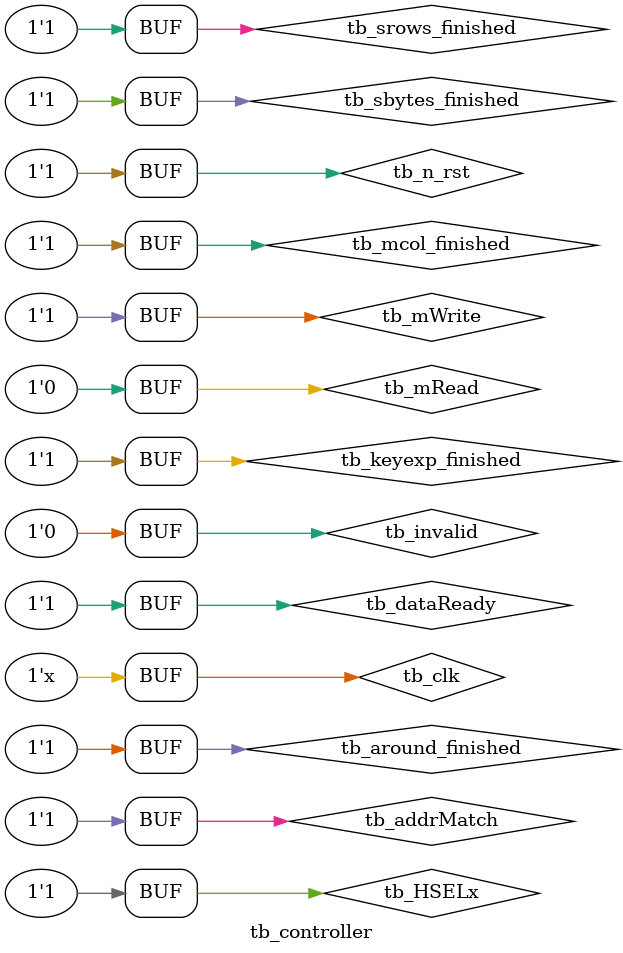
<source format=sv>

`timescale 1ns/100ps

module tb_controller ();

	reg tb_clk;
	reg tb_n_rst;
	reg tb_addrMatch;
	reg tb_HSELx;
	reg tb_mWrite;
	reg tb_dataReady;
	reg tb_mRead;
	reg tb_invalid;
	//reg tb_finished;
	reg tb_keyexp_finished;
	reg tb_sbytes_finished;
	reg tb_srows_finished;
	reg tb_mcol_finished;
	reg tb_around_finished;
	reg tb_HREADYOUT;
	reg tb_readk_enable;
	reg tb_read_enable;
	reg tb_write_enable;
	reg tb_keyexp_enable;
	reg tb_sbytes_enable;
	reg tb_srows_enable;
	reg tb_mcol_enable;
	reg tb_around_enable;
	reg tb_hresp_error;
	reg [3:0] tb_roundnum;

	controller controller
	(
		.clk(tb_clk),
		.n_rst(tb_n_rst),
		.addrMatch(tb_addrMatch),
		.HSELx(tb_HSELx),
		.mWrite(tb_mWrite),
		.dataReady(tb_dataReady),
		.mRead(tb_mRead),
		//.finished(tb_finished),
		.keyexp_finished(tb_keyexp_finished),
		.sbytes_finished(tb_sbytes_finished),
		.srows_finished(tb_srows_finished),
		.mcol_finished(tb_mcol_finished),
		.around_finished(tb_around_finished),
		.invalid(tb_invalid),
		.HREADYOUT(tb_HREADYOUT),
		.readk_enable(tb_readk_enable),
		.read_enable(tb_read_enable),
		.write_enable(tb_write_enable),
		.keyexp_enable(tb_keyexp_enable),
		.sbytes_enable(tb_sbytes_enable),
		.srows_enable(tb_srows_enable),
		.mcol_enable(tb_mcol_enable),
		.around_enable(tb_around_enable),
		.hresp_error(tb_hresp_error),
		.roundnum(tb_roundnum)
	);

	initial begin
		tb_clk = 1'b0;
		tb_n_rst = 1'b1;
		tb_addrMatch = 1'b1;
		tb_HSELx = 1'b0;
		tb_mWrite = 1'b0;
		tb_dataReady = 1'b0;
		tb_mRead = 1'b0;
		tb_keyexp_finished = 1'b0;
		tb_sbytes_finished = 1'b0;
		tb_srows_finished = 1'b0;
		tb_mcol_finished = 1'b0;
		tb_around_finished = 1'b0;

		#20ns
		tb_n_rst = 1'b0;
		#10ns
		tb_n_rst = 1'b1;
		tb_invalid = 1'b0;

		#33ns//63
		tb_HSELx = 1'b1;

		#20ns
		tb_mWrite = 1'b1;

		#20ns
		//What makes data ready?
		tb_dataReady = 1'b1;
		
		#100ns
		//tb_finished = 1'b0;

		#20ns
		tb_keyexp_finished = 1'b1;

		#20ns
		tb_around_finished = 1'b1;
		tb_keyexp_finished = 1'b0;

		#60ns
		tb_keyexp_finished = 1'b1;
		tb_around_finished = 1'b0;

		#80ns
		tb_keyexp_finished = 1'b0;
		tb_sbytes_finished = 1'b1;

		#40ns
		tb_sbytes_finished = 1'b0;
		tb_srows_finished = 1'b1;

		#70ns//210
		tb_mcol_finished = 1'b1;
		tb_srows_finished = 1'b0;

		#50ns
		tb_mcol_finished = 1'b0;
		tb_around_finished = 1'b1;

		#40ns
		tb_mcol_finished = 1'b1;
		tb_srows_finished = 1'b1;
		tb_sbytes_finished = 1'b1;
		tb_keyexp_finished = 1'b1;

		//#410ns
		//tb_mRead = 1'b1;
		//tb_mWrite = 1'b1;
		//tb_finished = 1'b1;
	end

	always begin
		#5ns
		tb_clk = !tb_clk;
	end

endmodule

</source>
